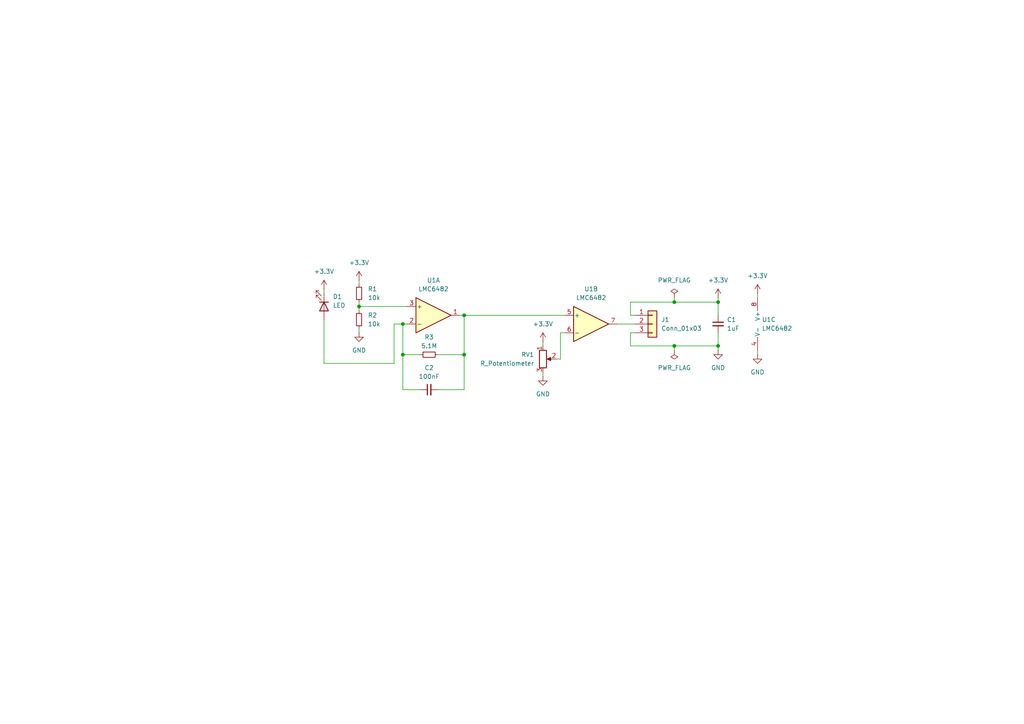
<source format=kicad_sch>
(kicad_sch (version 20231120) (generator "eeschema") (generator_version "8.0")
  (paper "A4")
  (lib_symbols
    (symbol "Amplifier_Operational:LMC6482" (pin_names (offset 0.127))
      (property "Reference" "U" (at 0 5.08 0))
      (property "Value" "LMC6482" (at 0 -5.08 0))
      (symbol "LMC6482_1_1"
        (polyline (pts (xy -5.08 5.08) (xy 5.08 0) (xy -5.08 -5.08) (xy -5.08 5.08)) (stroke (width 0.254)) (fill (type background)))
        (pin output line (at 7.62 0 180) (length 2.54) (name "~") (number "1"))
        (pin input line (at -7.62 -2.54 0) (length 2.54) (name "-") (number "2"))
        (pin input line (at -7.62 2.54 0) (length 2.54) (name "+") (number "3"))
      )
      (symbol "LMC6482_2_1"
        (polyline (pts (xy -5.08 5.08) (xy 5.08 0) (xy -5.08 -5.08) (xy -5.08 5.08)) (stroke (width 0.254)) (fill (type background)))
        (pin input line (at -7.62 2.54 0) (length 2.54) (name "+") (number "5"))
        (pin input line (at -7.62 -2.54 0) (length 2.54) (name "-") (number "6"))
        (pin output line (at 7.62 0 180) (length 2.54) (name "~") (number "7"))
      )
      (symbol "LMC6482_3_1"
        (pin power_in line (at -2.54 -7.62 90) (length 3.81) (name "V-") (number "4"))
        (pin power_in line (at -2.54 7.62 270) (length 3.81) (name "V+") (number "8"))
      )
    )
    (symbol "Connector_Generic:Conn_01x03" (pin_names (offset 1.016) hide)
      (property "Reference" "J" (at 0 5.08 0))
      (property "Value" "Conn_01x03" (at 0 -5.08 0))
      (symbol "Conn_01x03_1_1"
        (rectangle (start -1.27 -2.413) (end 0 -2.667) (stroke (width 0.1524)))
        (rectangle (start -1.27 0.127) (end 0 -0.127) (stroke (width 0.1524)))
        (rectangle (start -1.27 2.667) (end 0 2.413) (stroke (width 0.1524)))
        (rectangle (start -1.27 3.81) (end 1.27 -3.81) (stroke (width 0.254)) (fill (type background)))
        (pin passive line (at -5.08 2.54 0) (length 3.81) (name "Pin_1") (number "1"))
        (pin passive line (at -5.08 0 0) (length 3.81) (name "Pin_2") (number "2"))
        (pin passive line (at -5.08 -2.54 0) (length 3.81) (name "Pin_3") (number "3"))
      )
    )
    (symbol "Device:C_Small" (pin_numbers hide) (pin_names (offset 0.254) hide)
      (property "Reference" "C" (at 0.254 1.778 0))
      (property "Value" "C_Small" (at 0.254 -2.032 0))
      (symbol "C_Small_0_1"
        (polyline (pts (xy -1.524 -0.508) (xy 1.524 -0.508)) (stroke (width 0.3302)))
        (polyline (pts (xy -1.524 0.508) (xy 1.524 0.508)) (stroke (width 0.3048)))
      )
      (symbol "C_Small_1_1"
        (pin passive line (at 0 2.54 270) (length 2.032) (name "~") (number "1"))
        (pin passive line (at 0 -2.54 90) (length 2.032) (name "~") (number "2"))
      )
    )
    (symbol "Device:LED" (pin_numbers hide) (pin_names (offset 1.016) hide)
      (property "Reference" "D" (at 0 2.54 0))
      (property "Value" "LED" (at 0 -2.54 0))
      (symbol "LED_0_1"
        (polyline (pts (xy -1.27 -1.27) (xy -1.27 1.27)) (stroke (width 0.254)))
        (polyline (pts (xy -1.27 0) (xy 1.27 0)))
        (polyline (pts (xy 1.27 -1.27) (xy 1.27 1.27) (xy -1.27 0) (xy 1.27 -1.27)) (stroke (width 0.254)))
        (polyline (pts (xy -3.048 -0.762) (xy -4.572 -2.286) (xy -3.81 -2.286) (xy -4.572 -2.286) (xy -4.572 -1.524)))
        (polyline (pts (xy -1.778 -0.762) (xy -3.302 -2.286) (xy -2.54 -2.286) (xy -3.302 -2.286) (xy -3.302 -1.524)))
      )
      (symbol "LED_1_1"
        (pin passive line (at -3.81 0 0) (length 2.54) (name "K") (number "1"))
        (pin passive line (at 3.81 0 180) (length 2.54) (name "A") (number "2"))
      )
    )
    (symbol "Device:R_Potentiometer" (pin_names (offset 1.016) hide)
      (property "Reference" "RV" (at -4.445 0 90))
      (property "Value" "R_Potentiometer" (at -2.54 0 90))
      (symbol "R_Potentiometer_0_1"
        (polyline (pts (xy 2.54 0) (xy 1.524 0)))
        (polyline (pts (xy 1.143 0) (xy 2.286 0.508) (xy 2.286 -0.508) (xy 1.143 0)) (fill (type outline)))
        (rectangle (start 1.016 2.54) (end -1.016 -2.54) (stroke (width 0.254)))
      )
      (symbol "R_Potentiometer_1_1"
        (pin passive line (at 0 3.81 270) (length 1.27) (name "1") (number "1"))
        (pin passive line (at 3.81 0 180) (length 1.27) (name "2") (number "2"))
        (pin passive line (at 0 -3.81 90) (length 1.27) (name "3") (number "3"))
      )
    )
    (symbol "Device:R_Small" (pin_numbers hide) (pin_names (offset 0.254) hide)
      (property "Reference" "R" (at 0.762 0.508 0))
      (property "Value" "R_Small" (at 0.762 -1.016 0))
      (symbol "R_Small_0_1"
        (rectangle (start -0.762 1.778) (end 0.762 -1.778) (stroke (width 0.2032)))
      )
      (symbol "R_Small_1_1"
        (pin passive line (at 0 2.54 270) (length 0.762) (name "~") (number "1"))
        (pin passive line (at 0 -2.54 90) (length 0.762) (name "~") (number "2"))
      )
    )
    (symbol "power:+3.3V" (power) (pin_numbers hide) (pin_names (offset 0) hide)
      (property "Value" "+3.3V" (at 0 3.556 0))
      (symbol "+3.3V_0_1"
        (polyline (pts (xy -0.762 1.27) (xy 0 2.54)))
        (polyline (pts (xy 0 0) (xy 0 2.54)))
        (polyline (pts (xy 0 2.54) (xy 0.762 1.27)))
      )
      (symbol "+3.3V_1_1"
        (pin power_in line (at 0 0 90) (length 0) (name "~") (number "1"))
      )
    )
    (symbol "power:GND" (power) (pin_numbers hide) (pin_names (offset 0) hide)
      (property "Value" "GND" (at 0 -3.81 0))
      (symbol "GND_0_1"
        (polyline (pts (xy 0 0) (xy 0 -1.27) (xy 1.27 -1.27) (xy 0 -2.54) (xy -1.27 -1.27) (xy 0 -1.27)))
      )
      (symbol "GND_1_1"
        (pin power_in line (at 0 0 270) (length 0) (name "~") (number "1"))
      )
    )
    (symbol "power:PWR_FLAG" (power) (pin_numbers hide) (pin_names (offset 0) hide)
      (property "Value" "PWR_FLAG" (at 0 3.81 0))
      (symbol "PWR_FLAG_0_0"
        (pin power_out line (at 0 0 90) (length 0) (name "~") (number "1"))
      )
      (symbol "PWR_FLAG_0_1"
        (polyline (pts (xy 0 0) (xy 0 1.27) (xy -1.016 1.905) (xy 0 2.54) (xy 1.016 1.905) (xy 0 1.27)))
      )
    )
  )
  (junction (at 195.58 100.33))
  (junction (at 116.84 102.87))
  (junction (at 195.58 87.63))
  (junction (at 116.84 93.98))
  (junction (at 208.28 87.63))
  (junction (at 104.14 88.9))
  (junction (at 134.62 91.44))
  (junction (at 134.62 102.87))
  (junction (at 208.28 100.33))
  (wire (pts (xy 195.58 87.63) (xy 208.28 87.63)))
  (wire (pts (xy 121.92 102.87) (xy 116.84 102.87)))
  (wire (pts (xy 182.88 96.52) (xy 182.88 100.33)))
  (wire (pts (xy 127 102.87) (xy 134.62 102.87)))
  (wire (pts (xy 195.58 101.6) (xy 195.58 100.33)))
  (wire (pts (xy 162.56 96.52) (xy 163.83 96.52)))
  (wire (pts (xy 116.84 93.98) (xy 114.3 93.98)))
  (wire (pts (xy 184.15 91.44) (xy 182.88 91.44)))
  (wire (pts (xy 157.48 107.95) (xy 157.48 109.22)))
  (wire (pts (xy 127 113.03) (xy 134.62 113.03)))
  (wire (pts (xy 104.14 88.9) (xy 118.11 88.9)))
  (wire (pts (xy 195.58 86.36) (xy 195.58 87.63)))
  (wire (pts (xy 93.98 92.71) (xy 93.98 105.41)))
  (wire (pts (xy 104.14 95.25) (xy 104.14 96.52)))
  (wire (pts (xy 208.28 86.36) (xy 208.28 87.63)))
  (wire (pts (xy 104.14 88.9) (xy 104.14 90.17)))
  (wire (pts (xy 114.3 105.41) (xy 93.98 105.41)))
  (wire (pts (xy 182.88 100.33) (xy 195.58 100.33)))
  (wire (pts (xy 114.3 93.98) (xy 114.3 105.41)))
  (wire (pts (xy 162.56 96.52) (xy 162.56 104.14)))
  (wire (pts (xy 182.88 91.44) (xy 182.88 87.63)))
  (wire (pts (xy 134.62 102.87) (xy 134.62 113.03)))
  (wire (pts (xy 208.28 87.63) (xy 208.28 91.44)))
  (wire (pts (xy 219.71 101.6) (xy 219.71 102.87)))
  (wire (pts (xy 116.84 93.98) (xy 118.11 93.98)))
  (wire (pts (xy 104.14 81.28) (xy 104.14 82.55)))
  (wire (pts (xy 182.88 87.63) (xy 195.58 87.63)))
  (wire (pts (xy 116.84 102.87) (xy 116.84 93.98)))
  (wire (pts (xy 184.15 96.52) (xy 182.88 96.52)))
  (wire (pts (xy 208.28 100.33) (xy 208.28 101.6)))
  (wire (pts (xy 219.71 85.09) (xy 219.71 86.36)))
  (wire (pts (xy 161.29 104.14) (xy 162.56 104.14)))
  (wire (pts (xy 121.92 113.03) (xy 116.84 113.03)))
  (wire (pts (xy 116.84 113.03) (xy 116.84 102.87)))
  (wire (pts (xy 133.35 91.44) (xy 134.62 91.44)))
  (wire (pts (xy 157.48 99.06) (xy 157.48 100.33)))
  (wire (pts (xy 93.98 83.82) (xy 93.98 85.09)))
  (wire (pts (xy 134.62 91.44) (xy 163.83 91.44)))
  (wire (pts (xy 179.07 93.98) (xy 184.15 93.98)))
  (wire (pts (xy 104.14 87.63) (xy 104.14 88.9)))
  (wire (pts (xy 134.62 91.44) (xy 134.62 102.87)))
  (wire (pts (xy 195.58 100.33) (xy 208.28 100.33)))
  (wire (pts (xy 208.28 100.33) (xy 208.28 96.52)))
  (symbol (lib_id "Amplifier_Operational:LMC6482") (at 171.45 93.98 0) (unit 2)
    (property "Reference" "U1" (at 171.45 83.82 0))
    (property "Value" "LMC6482" (at 171.45 86.36 0))
    (property "Footprint" "Package_DIP:DIP-8_W7.62mm" (effects (hide yes)))
    (property "Datasheet" "http://www.ti.com/lit/ds/symlink/lmc6482.pdf" (effects (hide yes)))
    (property "Description" "Dual CMOS Rail-to-Rail Input and Output Operational Amplifier, DIP-8/SOIC-8, SSOP-8" (effects (hide yes)))
  )
  (symbol (lib_id "Connector_Generic:Conn_01x03") (at 189.23 93.98 0) (unit 1)
    (property "Reference" "J1" (at 191.77 92.7099 0) (effects (justify left)))
    (property "Value" "Conn_01x03" (at 191.77 95.2499 0) (effects (justify left)))
    (property "Footprint" "Connector_PinSocket_2.54mm:PinSocket_1x03_P2.54mm_Vertical" (effects (hide yes)))
    (property "Description" "Generic connector, single row, 01x03, script generated (kicad-library-utils/schlib/autogen/connector/)" (effects (hide yes)))
  )
  (symbol (lib_id "Amplifier_Operational:LMC6482") (at 125.73 91.44 0) (unit 1)
    (property "Reference" "U1" (at 125.73 81.28 0))
    (property "Value" "LMC6482" (at 125.73 83.82 0))
    (property "Footprint" "Package_DIP:DIP-8_W7.62mm" (effects (hide yes)))
    (property "Datasheet" "http://www.ti.com/lit/ds/symlink/lmc6482.pdf" (effects (hide yes)))
    (property "Description" "Dual CMOS Rail-to-Rail Input and Output Operational Amplifier, DIP-8/SOIC-8, SSOP-8" (effects (hide yes)))
  )
  (symbol (lib_id "Amplifier_Operational:LMC6482") (at 222.25 93.98 0) (unit 3)
    (property "Reference" "U1" (at 220.98 92.7099 0) (effects (justify left)))
    (property "Value" "LMC6482" (at 220.98 95.2499 0) (effects (justify left)))
    (property "Footprint" "Package_DIP:DIP-8_W7.62mm" (effects (hide yes)))
    (property "Datasheet" "http://www.ti.com/lit/ds/symlink/lmc6482.pdf" (effects (hide yes)))
    (property "Description" "Dual CMOS Rail-to-Rail Input and Output Operational Amplifier, DIP-8/SOIC-8, SSOP-8" (effects (hide yes)))
  )
  (symbol (lib_id "Device:R_Potentiometer") (at 157.48 104.14 0) (unit 1)
    (property "Reference" "RV1" (at 154.94 102.8699 0) (effects (justify right)))
    (property "Value" "R_Potentiometer" (at 154.94 105.4099 0) (effects (justify right)))
    (property "Footprint" "Potentiometer_THT:Potentiometer_Vishay_T7-YA_Single_Vertical" (effects (hide yes)))
    (property "Description" "Potentiometer" (effects (hide yes)))
  )
  (symbol (lib_id "power:+3.3V") (at 208.28 86.36 0) (unit 1)
    (property "Reference" "#PWR06" (effects (hide yes)))
    (property "Value" "+3.3V" (at 208.28 81.28 0))
    (property "Description" "Power symbol creates a global label with name \"+3.3V\"" (effects (hide yes)))
  )
  (symbol (lib_id "power:GND") (at 157.48 109.22 0) (unit 1)
    (property "Reference" "#PWR03" (effects (hide yes)))
    (property "Value" "GND" (at 157.48 114.3 0))
    (property "Description" "Power symbol creates a global label with name \"GND\" , ground" (effects (hide yes)))
  )
  (symbol (lib_id "power:+3.3V") (at 157.48 99.06 0) (unit 1)
    (property "Reference" "#PWR02" (effects (hide yes)))
    (property "Value" "+3.3V" (at 157.48 93.98 0))
    (property "Description" "Power symbol creates a global label with name \"+3.3V\"" (effects (hide yes)))
  )
  (symbol (lib_id "power:+3.3V") (at 219.71 85.09 0) (unit 1)
    (property "Reference" "#PWR08" (effects (hide yes)))
    (property "Value" "+3.3V" (at 219.71 80.01 0))
    (property "Description" "Power symbol creates a global label with name \"+3.3V\"" (effects (hide yes)))
  )
  (symbol (lib_id "power:GND") (at 219.71 102.87 0) (unit 1)
    (property "Reference" "#PWR09" (effects (hide yes)))
    (property "Value" "GND" (at 219.71 107.95 0))
    (property "Description" "Power symbol creates a global label with name \"GND\" , ground" (effects (hide yes)))
  )
  (symbol (lib_id "Device:R_Small") (at 104.14 85.09 0) (unit 1)
    (property "Reference" "R1" (at 106.68 83.8199 0) (effects (justify left)))
    (property "Value" "10k" (at 106.68 86.3599 0) (effects (justify left)))
    (property "Footprint" "Resistor_THT:R_Axial_DIN0309_L9.0mm_D3.2mm_P5.08mm_Vertical" (effects (hide yes)))
    (property "Description" "Resistor, small symbol" (effects (hide yes)))
  )
  (symbol (lib_id "Device:LED") (at 93.98 88.9 270) (unit 1)
    (property "Reference" "D1" (at 96.52 86.0424 90) (effects (justify left)))
    (property "Value" "LED" (at 96.52 88.5824 90) (effects (justify left)))
    (property "Footprint" "LED_THT:LED_D5.0mm" (effects (hide yes)))
    (property "Description" "Light emitting diode" (effects (hide yes)))
  )
  (symbol (lib_id "power:PWR_FLAG") (at 195.58 101.6 180) (unit 1)
    (property "Reference" "#FLG02" (effects (hide yes)))
    (property "Value" "PWR_FLAG" (at 195.58 106.68 0))
    (property "Description" "Special symbol for telling ERC where power comes from" (effects (hide yes)))
  )
  (symbol (lib_id "power:PWR_FLAG") (at 195.58 86.36 0) (unit 1)
    (property "Reference" "#FLG01" (effects (hide yes)))
    (property "Value" "PWR_FLAG" (at 195.58 81.28 0))
    (property "Description" "Special symbol for telling ERC where power comes from" (effects (hide yes)))
  )
  (symbol (lib_id "power:GND") (at 208.28 101.6 0) (unit 1)
    (property "Reference" "#PWR07" (effects (hide yes)))
    (property "Value" "GND" (at 208.28 106.68 0))
    (property "Description" "Power symbol creates a global label with name \"GND\" , ground" (effects (hide yes)))
  )
  (symbol (lib_id "power:+3.3V") (at 104.14 81.28 0) (unit 1)
    (property "Reference" "#PWR01" (effects (hide yes)))
    (property "Value" "+3.3V" (at 104.14 76.2 0))
    (property "Description" "Power symbol creates a global label with name \"+3.3V\"" (effects (hide yes)))
  )
  (symbol (lib_id "Device:C_Small") (at 124.46 113.03 90) (unit 1)
    (property "Reference" "C2" (at 124.4663 106.68 90))
    (property "Value" "100nF" (at 124.4663 109.22 90))
    (property "Footprint" "Capacitor_SMD:C_0805_2012Metric" (effects (hide yes)))
    (property "Description" "Unpolarized capacitor, small symbol" (effects (hide yes)))
  )
  (symbol (lib_id "power:GND") (at 104.14 96.52 0) (unit 1)
    (property "Reference" "#PWR04" (effects (hide yes)))
    (property "Value" "GND" (at 104.14 101.6 0))
    (property "Description" "Power symbol creates a global label with name \"GND\" , ground" (effects (hide yes)))
  )
  (symbol (lib_id "power:+3.3V") (at 93.98 83.82 0) (unit 1)
    (property "Reference" "#PWR05" (effects (hide yes)))
    (property "Value" "+3.3V" (at 93.98 78.74 0))
    (property "Description" "Power symbol creates a global label with name \"+3.3V\"" (effects (hide yes)))
  )
  (symbol (lib_id "Device:R_Small") (at 104.14 92.71 0) (unit 1)
    (property "Reference" "R2" (at 106.68 91.4399 0) (effects (justify left)))
    (property "Value" "10k" (at 106.68 93.9799 0) (effects (justify left)))
    (property "Footprint" "Resistor_THT:R_Axial_DIN0309_L9.0mm_D3.2mm_P5.08mm_Vertical" (effects (hide yes)))
    (property "Description" "Resistor, small symbol" (effects (hide yes)))
  )
  (symbol (lib_id "Device:R_Small") (at 124.46 102.87 270) (unit 1)
    (property "Reference" "R3" (at 124.46 97.79 90))
    (property "Value" "5.1M" (at 124.46 100.33 90))
    (property "Footprint" "Resistor_THT:R_Axial_DIN0309_L9.0mm_D3.2mm_P5.08mm_Vertical" (effects (hide yes)))
    (property "Description" "Resistor, small symbol" (effects (hide yes)))
  )
  (symbol (lib_id "Device:C_Small") (at 208.28 93.98 0) (unit 1)
    (property "Reference" "C1" (at 210.82 92.7162 0) (effects (justify left)))
    (property "Value" "1uF" (at 210.82 95.2562 0) (effects (justify left)))
    (property "Footprint" "Capacitor_SMD:C_0805_2012Metric" (effects (hide yes)))
    (property "Description" "Unpolarized capacitor, small symbol" (effects (hide yes)))
  )
)
</source>
